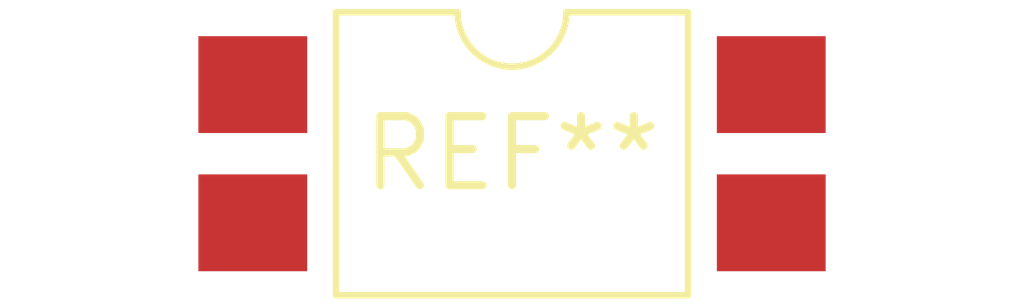
<source format=kicad_pcb>
(kicad_pcb (version 20240108) (generator pcbnew)
  (layers (0 "F.Cu" signal) (31 "B.Cu" signal) (34 "B.Paste" user) (35 "F.Paste" user) (36 "B.SilkS" user "B.Silkscreen") (37 "F.SilkS" user "F.Silkscreen") (38 "B.Mask" user) (39 "F.Mask" user) (44 "Edge.Cuts" user))
  (net 0 "")
  (footprint "SMDIP-4_W9.53mm" (layer "F.Cu") (at 0 0)
    (property "Reference" "REF**")
    (property "Value" "SMDIP-4_W9.53mm")
    (fp_line (start -3.235 -2.6) (end -3.235 2.6) (layer "F.SilkS") (stroke (width 0.12)))
    (fp_line (start -3.235 2.6) (end 3.235 2.6) (layer "F.SilkS") (stroke (width 0.12)))
    (fp_line (start -1 -2.6) (end -3.235 -2.6) (layer "F.SilkS") (stroke (width 0.12)))
    (fp_line (start 3.235 -2.6) (end 1 -2.6) (layer "F.SilkS") (stroke (width 0.12)))
    (fp_line (start 3.235 2.6) (end 3.235 -2.6) (layer "F.SilkS") (stroke (width 0.12)))
    (fp_arc (start 1 -2.6) (mid 0 -1.6) (end -1 -2.6) (layer "F.SilkS") (stroke (width 0.12)))
    (pad "1" smd rect (at -4.765 -1.27) (size 2 1.78) (layers "F.Cu" "F.Paste" "F.Mask"))
    (pad "2" smd rect (at -4.765 1.27) (size 2 1.78) (layers "F.Cu" "F.Paste" "F.Mask"))
    (pad "3" smd rect (at 4.765 1.27) (size 2 1.78) (layers "F.Cu" "F.Paste" "F.Mask"))
    (pad "4" smd rect (at 4.765 -1.27) (size 2 1.78) (layers "F.Cu" "F.Paste" "F.Mask"))
  )
)
</source>
